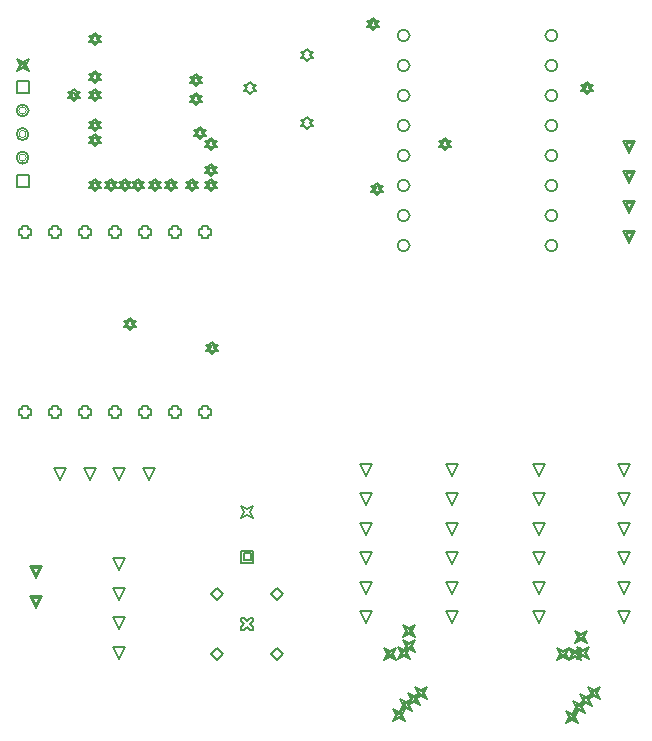
<source format=gbr>
%TF.GenerationSoftware,Altium Limited,Altium Designer,22.7.1 (60)*%
G04 Layer_Color=2752767*
%FSLAX45Y45*%
%MOMM*%
%TF.SameCoordinates,61DBAAF2-DE87-4E8A-AD11-02536D302051*%
%TF.FilePolarity,Positive*%
%TF.FileFunction,Drawing*%
%TF.Part,Single*%
G01*
G75*
%TA.AperFunction,NonConductor*%
%ADD92C,0.12700*%
%ADD93C,0.16933*%
%ADD94C,0.10160*%
D92*
X989058Y6054700D02*
Y6156300D01*
X1090658D01*
Y6054700D01*
X989058D01*
X989058Y5254700D02*
Y5356300D01*
X1090658D01*
Y5254700D01*
X989058D01*
X6178888Y4787261D02*
X6128088Y4888861D01*
X6229688D01*
X6178888Y4787261D01*
Y4807581D02*
X6148408Y4868541D01*
X6209368D01*
X6178888Y4807581D01*
X6178888Y5041261D02*
X6128088Y5142861D01*
X6229688D01*
X6178888Y5041261D01*
Y5061581D02*
X6148408Y5122541D01*
X6209368D01*
X6178888Y5061581D01*
X6178888Y5295261D02*
X6128088Y5396861D01*
X6229688D01*
X6178888Y5295261D01*
Y5315581D02*
X6148408Y5376541D01*
X6209368D01*
X6178888Y5315581D01*
X6178887Y5549260D02*
X6128087Y5650860D01*
X6229687D01*
X6178887Y5549260D01*
Y5569580D02*
X6148407Y5630540D01*
X6209367D01*
X6178887Y5569580D01*
X3444785Y5745200D02*
X3470185Y5770600D01*
X3495585D01*
X3470185Y5796000D01*
X3495585Y5821400D01*
X3470185D01*
X3444785Y5846800D01*
X3419385Y5821400D01*
X3393985D01*
X3419385Y5796000D01*
X3393985Y5770600D01*
X3419385D01*
X3444785Y5745200D01*
X3444786Y6325201D02*
X3470186Y6350601D01*
X3495586D01*
X3470186Y6376001D01*
X3495586Y6401401D01*
X3470186D01*
X3444786Y6426801D01*
X3419386Y6401401D01*
X3393986D01*
X3419386Y6376001D01*
X3393986Y6350601D01*
X3419386D01*
X3444786Y6325201D01*
X2964785Y6045200D02*
X2990185Y6070600D01*
X3015585D01*
X2990185Y6096000D01*
X3015585Y6121400D01*
X2990185D01*
X2964785Y6146800D01*
X2939385Y6121400D01*
X2913985D01*
X2939385Y6096000D01*
X2913985Y6070600D01*
X2939385D01*
X2964785Y6045200D01*
X1853535Y1262951D02*
X1802735Y1364551D01*
X1904335D01*
X1853535Y1262951D01*
X1853535Y1512951D02*
X1802735Y1614551D01*
X1904335D01*
X1853535Y1512951D01*
X1853535Y1762950D02*
X1802735Y1864550D01*
X1904335D01*
X1853535Y1762950D01*
X1853535Y2012950D02*
X1802735Y2114550D01*
X1904335D01*
X1853535Y2012950D01*
X2107535Y2774950D02*
X2056735Y2876550D01*
X2158335D01*
X2107535Y2774950D01*
X1857535D02*
X1806735Y2876550D01*
X1908335D01*
X1857535Y2774950D01*
X1607535D02*
X1556735Y2876550D01*
X1658335D01*
X1607535Y2774950D01*
X1357536D02*
X1306736Y2876550D01*
X1408336D01*
X1357536Y2774950D01*
X2891484Y1504950D02*
X2916884D01*
X2942284Y1530350D01*
X2967684Y1504950D01*
X2993084D01*
Y1530350D01*
X2967684Y1555750D01*
X2993084Y1581150D01*
Y1606550D01*
X2967684D01*
X2942284Y1581150D01*
X2916884Y1606550D01*
X2891484D01*
Y1581150D01*
X2916884Y1555750D01*
X2891484Y1530350D01*
Y1504950D01*
X2637484Y1809750D02*
X2688284Y1860550D01*
X2739084Y1809750D01*
X2688284Y1758950D01*
X2637484Y1809750D01*
Y1301750D02*
X2688284Y1352550D01*
X2739084Y1301750D01*
X2688284Y1250950D01*
X2637484Y1301750D01*
X3145484Y1301749D02*
X3196284Y1352549D01*
X3247084Y1301749D01*
X3196284Y1250949D01*
X3145484Y1301749D01*
X3145485Y1809750D02*
X3196285Y1860550D01*
X3247085Y1809750D01*
X3196285Y1758950D01*
X3145485Y1809750D01*
X2561400Y3326041D02*
Y3300641D01*
X2612200D01*
Y3326041D01*
X2637600D01*
Y3376841D01*
X2612200D01*
Y3402241D01*
X2561400D01*
Y3376841D01*
X2536000D01*
Y3326041D01*
X2561400D01*
X2307401Y3326040D02*
Y3300640D01*
X2358201D01*
Y3326040D01*
X2383601D01*
Y3376840D01*
X2358201D01*
Y3402240D01*
X2307401D01*
Y3376840D01*
X2282001D01*
Y3326040D01*
X2307401D01*
X1799400Y3326041D02*
Y3300641D01*
X1850200D01*
Y3326041D01*
X1875600D01*
Y3376841D01*
X1850200D01*
Y3402241D01*
X1799400D01*
Y3376841D01*
X1774000D01*
Y3326041D01*
X1799400D01*
X1291400Y3326040D02*
Y3300640D01*
X1342200D01*
Y3326040D01*
X1367600D01*
Y3376840D01*
X1342200D01*
Y3402240D01*
X1291400D01*
Y3376840D01*
X1266000D01*
Y3326040D01*
X1291400D01*
X1545401Y3326041D02*
Y3300641D01*
X1596201D01*
Y3326041D01*
X1621601D01*
Y3376841D01*
X1596201D01*
Y3402241D01*
X1545401D01*
Y3376841D01*
X1520001D01*
Y3326041D01*
X1545401D01*
X2053401D02*
Y3300641D01*
X2104201D01*
Y3326041D01*
X2129601D01*
Y3376841D01*
X2104201D01*
Y3402241D01*
X2053401D01*
Y3376841D01*
X2028001D01*
Y3326041D01*
X2053401D01*
X1037401Y3326041D02*
Y3300641D01*
X1088201D01*
Y3326041D01*
X1113601D01*
Y3376841D01*
X1088201D01*
Y3402241D01*
X1037401D01*
Y3376841D01*
X1012001D01*
Y3326041D01*
X1037401D01*
X2561399Y4850868D02*
Y4825468D01*
X2612199D01*
Y4850868D01*
X2637599D01*
Y4901668D01*
X2612199D01*
Y4927068D01*
X2561399D01*
Y4901668D01*
X2535999D01*
Y4850868D01*
X2561399D01*
X2307400Y4850867D02*
Y4825467D01*
X2358200D01*
Y4850867D01*
X2383600D01*
Y4901667D01*
X2358200D01*
Y4927067D01*
X2307400D01*
Y4901667D01*
X2282000D01*
Y4850867D01*
X2307400D01*
X1799400Y4850867D02*
Y4825467D01*
X1850200D01*
Y4850867D01*
X1875600D01*
Y4901667D01*
X1850200D01*
Y4927067D01*
X1799400D01*
Y4901667D01*
X1774000D01*
Y4850867D01*
X1799400D01*
X1291400D02*
Y4825467D01*
X1342200D01*
Y4850867D01*
X1367600D01*
Y4901667D01*
X1342200D01*
Y4927067D01*
X1291400D01*
Y4901667D01*
X1266000D01*
Y4850867D01*
X1291400D01*
X1037400D02*
Y4825467D01*
X1088200D01*
Y4850867D01*
X1113600D01*
Y4901667D01*
X1088200D01*
Y4927067D01*
X1037400D01*
Y4901667D01*
X1012000D01*
Y4850867D01*
X1037400D01*
X1545400D02*
Y4825467D01*
X1596200D01*
Y4850867D01*
X1621600D01*
Y4901667D01*
X1596200D01*
Y4927067D01*
X1545400D01*
Y4901667D01*
X1520000D01*
Y4850867D01*
X1545400D01*
X2053400D02*
Y4825467D01*
X2104200D01*
Y4850867D01*
X2129600D01*
Y4901667D01*
X2104200D01*
Y4927067D01*
X2053400D01*
Y4901667D01*
X2028000D01*
Y4850867D01*
X2053400D01*
X1153107Y1695450D02*
X1102307Y1797050D01*
X1203907D01*
X1153107Y1695450D01*
Y1715770D02*
X1122627Y1776730D01*
X1183587D01*
X1153107Y1715770D01*
X1153108Y1949450D02*
X1102308Y2051050D01*
X1203908D01*
X1153108Y1949450D01*
Y1969770D02*
X1122628Y2030730D01*
X1183588D01*
X1153108Y1969770D01*
X4671975Y2814685D02*
X4621175Y2916285D01*
X4722775D01*
X4671975Y2814685D01*
Y2564685D02*
X4621175Y2666285D01*
X4722775D01*
X4671975Y2564685D01*
Y2314685D02*
X4621175Y2416285D01*
X4722775D01*
X4671975Y2314685D01*
Y2064685D02*
X4621175Y2166285D01*
X4722775D01*
X4671975Y2064685D01*
Y1814685D02*
X4621175Y1916285D01*
X4722775D01*
X4671975Y1814685D01*
Y1564685D02*
X4621175Y1666285D01*
X4722775D01*
X4671975Y1564685D01*
X3949660D02*
X3898860Y1666285D01*
X4000460D01*
X3949660Y1564685D01*
X3949660Y1814685D02*
X3898860Y1916285D01*
X4000460D01*
X3949660Y1814685D01*
X3949660Y2064685D02*
X3898860Y2166285D01*
X4000460D01*
X3949660Y2064685D01*
Y2314685D02*
X3898860Y2416285D01*
X4000460D01*
X3949660Y2314685D01*
Y2564685D02*
X3898860Y2666285D01*
X4000460D01*
X3949660Y2564685D01*
Y2814685D02*
X3898860Y2916285D01*
X4000460D01*
X3949660Y2814685D01*
X5410160Y1564685D02*
X5359360Y1666285D01*
X5460960D01*
X5410160Y1564685D01*
X5410160Y1814685D02*
X5359360Y1916285D01*
X5460960D01*
X5410160Y1814685D01*
X5410160Y2064685D02*
X5359360Y2166285D01*
X5460960D01*
X5410160Y2064685D01*
Y2314685D02*
X5359360Y2416285D01*
X5460960D01*
X5410160Y2314685D01*
Y2564685D02*
X5359360Y2666285D01*
X5460960D01*
X5410160Y2564685D01*
Y2814685D02*
X5359360Y2916285D01*
X5460960D01*
X5410160Y2814685D01*
X6132475D02*
X6081675Y2916285D01*
X6183275D01*
X6132475Y2814685D01*
Y2564685D02*
X6081675Y2666285D01*
X6183275D01*
X6132475Y2564685D01*
Y2314685D02*
X6081675Y2416285D01*
X6183275D01*
X6132475Y2314685D01*
Y2064685D02*
X6081675Y2166285D01*
X6183275D01*
X6132475Y2064685D01*
Y1814685D02*
X6081675Y1916285D01*
X6183275D01*
X6132475Y1814685D01*
Y1564685D02*
X6081675Y1666285D01*
X6183275D01*
X6132475Y1564685D01*
X1651000Y6457950D02*
X1676400Y6483350D01*
X1701800D01*
X1676400Y6508750D01*
X1701800Y6534150D01*
X1676400D01*
X1651000Y6559550D01*
X1625600Y6534150D01*
X1600200D01*
X1625600Y6508750D01*
X1600200Y6483350D01*
X1625600D01*
X1651000Y6457950D01*
Y6478270D02*
X1666240Y6493510D01*
X1681480D01*
X1666240Y6508750D01*
X1681480Y6523990D01*
X1666240D01*
X1651000Y6539230D01*
X1635760Y6523990D01*
X1620520D01*
X1635760Y6508750D01*
X1620520Y6493510D01*
X1635760D01*
X1651000Y6478270D01*
Y6140450D02*
X1676400Y6165850D01*
X1701800D01*
X1676400Y6191250D01*
X1701800Y6216650D01*
X1676400D01*
X1651000Y6242050D01*
X1625600Y6216650D01*
X1600200D01*
X1625600Y6191250D01*
X1600200Y6165850D01*
X1625600D01*
X1651000Y6140450D01*
Y6160770D02*
X1666240Y6176010D01*
X1681480D01*
X1666240Y6191250D01*
X1681480Y6206490D01*
X1666240D01*
X1651000Y6221730D01*
X1635760Y6206490D01*
X1620520D01*
X1635760Y6191250D01*
X1620520Y6176010D01*
X1635760D01*
X1651000Y6160770D01*
Y5981700D02*
X1676400Y6007100D01*
X1701800D01*
X1676400Y6032500D01*
X1701800Y6057900D01*
X1676400D01*
X1651000Y6083300D01*
X1625600Y6057900D01*
X1600200D01*
X1625600Y6032500D01*
X1600200Y6007100D01*
X1625600D01*
X1651000Y5981700D01*
Y6002020D02*
X1666240Y6017260D01*
X1681480D01*
X1666240Y6032500D01*
X1681480Y6047740D01*
X1666240D01*
X1651000Y6062980D01*
X1635760Y6047740D01*
X1620520D01*
X1635760Y6032500D01*
X1620520Y6017260D01*
X1635760D01*
X1651000Y6002020D01*
Y5727700D02*
X1676400Y5753100D01*
X1701800D01*
X1676400Y5778500D01*
X1701800Y5803900D01*
X1676400D01*
X1651000Y5829300D01*
X1625600Y5803900D01*
X1600200D01*
X1625600Y5778500D01*
X1600200Y5753100D01*
X1625600D01*
X1651000Y5727700D01*
Y5748020D02*
X1666240Y5763260D01*
X1681480D01*
X1666240Y5778500D01*
X1681480Y5793740D01*
X1666240D01*
X1651000Y5808980D01*
X1635760Y5793740D01*
X1620520D01*
X1635760Y5778500D01*
X1620520Y5763260D01*
X1635760D01*
X1651000Y5748020D01*
Y5600700D02*
X1676400Y5626100D01*
X1701800D01*
X1676400Y5651500D01*
X1701800Y5676900D01*
X1676400D01*
X1651000Y5702300D01*
X1625600Y5676900D01*
X1600200D01*
X1625600Y5651500D01*
X1600200Y5626100D01*
X1625600D01*
X1651000Y5600700D01*
Y5621020D02*
X1666240Y5636260D01*
X1681480D01*
X1666240Y5651500D01*
X1681480Y5666740D01*
X1666240D01*
X1651000Y5681980D01*
X1635760Y5666740D01*
X1620520D01*
X1635760Y5651500D01*
X1620520Y5636260D01*
X1635760D01*
X1651000Y5621020D01*
X2508250Y6108700D02*
X2533650Y6134100D01*
X2559050D01*
X2533650Y6159500D01*
X2559050Y6184900D01*
X2533650D01*
X2508250Y6210300D01*
X2482850Y6184900D01*
X2457450D01*
X2482850Y6159500D01*
X2457450Y6134100D01*
X2482850D01*
X2508250Y6108700D01*
Y6129020D02*
X2523490Y6144260D01*
X2538730D01*
X2523490Y6159500D01*
X2538730Y6174740D01*
X2523490D01*
X2508250Y6189980D01*
X2493010Y6174740D01*
X2477770D01*
X2493010Y6159500D01*
X2477770Y6144260D01*
X2493010D01*
X2508250Y6129020D01*
Y5949950D02*
X2533650Y5975350D01*
X2559050D01*
X2533650Y6000750D01*
X2559050Y6026150D01*
X2533650D01*
X2508250Y6051550D01*
X2482850Y6026150D01*
X2457450D01*
X2482850Y6000750D01*
X2457450Y5975350D01*
X2482850D01*
X2508250Y5949950D01*
Y5970270D02*
X2523490Y5985510D01*
X2538730D01*
X2523490Y6000750D01*
X2538730Y6015990D01*
X2523490D01*
X2508250Y6031230D01*
X2493010Y6015990D01*
X2477770D01*
X2493010Y6000750D01*
X2477770Y5985510D01*
X2493010D01*
X2508250Y5970270D01*
X2540000Y5664200D02*
X2565400Y5689600D01*
X2590800D01*
X2565400Y5715000D01*
X2590800Y5740400D01*
X2565400D01*
X2540000Y5765800D01*
X2514600Y5740400D01*
X2489200D01*
X2514600Y5715000D01*
X2489200Y5689600D01*
X2514600D01*
X2540000Y5664200D01*
Y5684520D02*
X2555240Y5699760D01*
X2570480D01*
X2555240Y5715000D01*
X2570480Y5730240D01*
X2555240D01*
X2540000Y5745480D01*
X2524760Y5730240D01*
X2509520D01*
X2524760Y5715000D01*
X2509520Y5699760D01*
X2524760D01*
X2540000Y5684520D01*
X2635250Y5568950D02*
X2660650Y5594350D01*
X2686050D01*
X2660650Y5619750D01*
X2686050Y5645150D01*
X2660650D01*
X2635250Y5670550D01*
X2609850Y5645150D01*
X2584450D01*
X2609850Y5619750D01*
X2584450Y5594350D01*
X2609850D01*
X2635250Y5568950D01*
Y5589270D02*
X2650490Y5604510D01*
X2665730D01*
X2650490Y5619750D01*
X2665730Y5634990D01*
X2650490D01*
X2635250Y5650230D01*
X2620010Y5634990D01*
X2604770D01*
X2620010Y5619750D01*
X2604770Y5604510D01*
X2620010D01*
X2635250Y5589270D01*
X989058Y6235700D02*
X1014458Y6286500D01*
X989058Y6337300D01*
X1039858Y6311900D01*
X1090658Y6337300D01*
X1065258Y6286500D01*
X1090658Y6235700D01*
X1039858Y6261100D01*
X989058Y6235700D01*
X1009378Y6256020D02*
X1024618Y6286500D01*
X1009378Y6316980D01*
X1039858Y6301740D01*
X1070338Y6316980D01*
X1055098Y6286500D01*
X1070338Y6256020D01*
X1039858Y6271260D01*
X1009378Y6256020D01*
X1472535Y5981700D02*
X1497935Y6007100D01*
X1523335D01*
X1497935Y6032500D01*
X1523335Y6057900D01*
X1497935D01*
X1472535Y6083300D01*
X1447135Y6057900D01*
X1421735D01*
X1447135Y6032500D01*
X1421735Y6007100D01*
X1447135D01*
X1472535Y5981700D01*
Y6002020D02*
X1487775Y6017260D01*
X1503015D01*
X1487775Y6032500D01*
X1503015Y6047740D01*
X1487775D01*
X1472535Y6062980D01*
X1457295Y6047740D01*
X1442055D01*
X1457295Y6032500D01*
X1442055Y6017260D01*
X1457295D01*
X1472535Y6002020D01*
X4174399Y733818D02*
X4199799Y784618D01*
X4174399Y835418D01*
X4225199Y810018D01*
X4275999Y835418D01*
X4250599Y784618D01*
X4275999Y733818D01*
X4225199Y759218D01*
X4174399Y733818D01*
X4194719Y754138D02*
X4209959Y784618D01*
X4194719Y815098D01*
X4225199Y799858D01*
X4255679Y815098D01*
X4240439Y784618D01*
X4255679Y754138D01*
X4225199Y769378D01*
X4194719Y754138D01*
X4615785Y5568950D02*
X4641185Y5594350D01*
X4666585D01*
X4641185Y5619750D01*
X4666585Y5645150D01*
X4641185D01*
X4615785Y5670550D01*
X4590385Y5645150D01*
X4564985D01*
X4590385Y5619750D01*
X4564985Y5594350D01*
X4590385D01*
X4615785Y5568950D01*
Y5589270D02*
X4631025Y5604510D01*
X4646265D01*
X4631025Y5619750D01*
X4646265Y5634990D01*
X4631025D01*
X4615785Y5650230D01*
X4600545Y5634990D01*
X4585305D01*
X4600545Y5619750D01*
X4585305Y5604510D01*
X4600545D01*
X4615785Y5589270D01*
X4044285Y5187950D02*
X4069685Y5213350D01*
X4095085D01*
X4069685Y5238750D01*
X4095085Y5264150D01*
X4069685D01*
X4044285Y5289550D01*
X4018885Y5264150D01*
X3993485D01*
X4018885Y5238750D01*
X3993485Y5213350D01*
X4018885D01*
X4044285Y5187950D01*
Y5208270D02*
X4059525Y5223510D01*
X4074765D01*
X4059525Y5238750D01*
X4074765Y5253990D01*
X4059525D01*
X4044285Y5269230D01*
X4029045Y5253990D01*
X4013805D01*
X4029045Y5238750D01*
X4013805Y5223510D01*
X4029045D01*
X4044285Y5208270D01*
X4011051Y6586433D02*
X4036451Y6611833D01*
X4061851D01*
X4036451Y6637233D01*
X4061851Y6662633D01*
X4036451D01*
X4011051Y6688033D01*
X3985651Y6662633D01*
X3960251D01*
X3985651Y6637233D01*
X3960251Y6611833D01*
X3985651D01*
X4011051Y6586433D01*
Y6606753D02*
X4026291Y6621993D01*
X4041531D01*
X4026291Y6637233D01*
X4041531Y6652473D01*
X4026291D01*
X4011051Y6667713D01*
X3995811Y6652473D01*
X3980571D01*
X3995811Y6637233D01*
X3980571Y6621993D01*
X3995811D01*
X4011051Y6606753D01*
X5822285Y6045200D02*
X5847685Y6070600D01*
X5873085D01*
X5847685Y6096000D01*
X5873085Y6121400D01*
X5847685D01*
X5822285Y6146800D01*
X5796885Y6121400D01*
X5771485D01*
X5796885Y6096000D01*
X5771485Y6070600D01*
X5796885D01*
X5822285Y6045200D01*
Y6065520D02*
X5837525Y6080760D01*
X5852765D01*
X5837525Y6096000D01*
X5852765Y6111240D01*
X5837525D01*
X5822285Y6126480D01*
X5807045Y6111240D01*
X5791805D01*
X5807045Y6096000D01*
X5791805Y6080760D01*
X5807045D01*
X5822285Y6065520D01*
X4361191Y923604D02*
X4386591Y974404D01*
X4361191Y1025204D01*
X4411991Y999804D01*
X4462791Y1025204D01*
X4437391Y974404D01*
X4462791Y923604D01*
X4411991Y949004D01*
X4361191Y923604D01*
X4381511Y943924D02*
X4396751Y974404D01*
X4381511Y1004884D01*
X4411991Y989644D01*
X4442471Y1004884D01*
X4427231Y974404D01*
X4442471Y943924D01*
X4411991Y959164D01*
X4381511Y943924D01*
X4302342Y870979D02*
X4327742Y921779D01*
X4302342Y972579D01*
X4353142Y947179D01*
X4403942Y972579D01*
X4378542Y921779D01*
X4403942Y870979D01*
X4353142Y896379D01*
X4302342Y870979D01*
X4322662Y891299D02*
X4337902Y921779D01*
X4322662Y952259D01*
X4353142Y937019D01*
X4383622Y952259D01*
X4368382Y921779D01*
X4383622Y891299D01*
X4353142Y906539D01*
X4322662Y891299D01*
X4239533Y818921D02*
X4264933Y869721D01*
X4239533Y920521D01*
X4290333Y895121D01*
X4341133Y920521D01*
X4315733Y869721D01*
X4341133Y818921D01*
X4290333Y844321D01*
X4239533Y818921D01*
X4259853Y839241D02*
X4275093Y869721D01*
X4259853Y900201D01*
X4290333Y884961D01*
X4320813Y900201D01*
X4305573Y869721D01*
X4320813Y839241D01*
X4290333Y854481D01*
X4259853Y839241D01*
X5830530Y920741D02*
X5855930Y971541D01*
X5830530Y1022341D01*
X5881330Y996941D01*
X5932130Y1022341D01*
X5906730Y971541D01*
X5932130Y920741D01*
X5881330Y946141D01*
X5830530Y920741D01*
X5850850Y941061D02*
X5866090Y971541D01*
X5850850Y1002021D01*
X5881330Y986781D01*
X5911810Y1002021D01*
X5896570Y971541D01*
X5911810Y941061D01*
X5881330Y956301D01*
X5850850Y941061D01*
X5736918Y1261486D02*
X5762318Y1312286D01*
X5736918Y1363086D01*
X5787718Y1337686D01*
X5838518Y1363086D01*
X5813118Y1312286D01*
X5838518Y1261486D01*
X5787718Y1286886D01*
X5736918Y1261486D01*
X5757238Y1281806D02*
X5772478Y1312286D01*
X5757238Y1342766D01*
X5787718Y1327526D01*
X5818198Y1342766D01*
X5802958Y1312286D01*
X5818198Y1281806D01*
X5787718Y1297046D01*
X5757238Y1281806D01*
X5667392Y1250428D02*
X5692792Y1301228D01*
X5667392Y1352028D01*
X5718192Y1326628D01*
X5768992Y1352028D01*
X5743592Y1301228D01*
X5768992Y1250428D01*
X5718192Y1275828D01*
X5667392Y1250428D01*
X5687712Y1270748D02*
X5702952Y1301228D01*
X5687712Y1331708D01*
X5718192Y1316468D01*
X5748672Y1331708D01*
X5733432Y1301228D01*
X5748672Y1270748D01*
X5718192Y1285988D01*
X5687712Y1270748D01*
X5761925Y861721D02*
X5787325Y912521D01*
X5761925Y963321D01*
X5812725Y937921D01*
X5863525Y963321D01*
X5838125Y912521D01*
X5863525Y861721D01*
X5812725Y887121D01*
X5761925Y861721D01*
X5782245Y882041D02*
X5797485Y912521D01*
X5782245Y943001D01*
X5812725Y927761D01*
X5843205Y943001D01*
X5827965Y912521D01*
X5843205Y882041D01*
X5812725Y897281D01*
X5782245Y882041D01*
X5702737Y800340D02*
X5728137Y851140D01*
X5702737Y901940D01*
X5753537Y876540D01*
X5804337Y901940D01*
X5778937Y851140D01*
X5804337Y800340D01*
X5753537Y825740D01*
X5702737Y800340D01*
X5723057Y820660D02*
X5738297Y851140D01*
X5723057Y881620D01*
X5753537Y866380D01*
X5784017Y881620D01*
X5768777Y851140D01*
X5784017Y820660D01*
X5753537Y835900D01*
X5723057Y820660D01*
X5638068Y723066D02*
X5663468Y773866D01*
X5638068Y824666D01*
X5688868Y799266D01*
X5739668Y824666D01*
X5714268Y773866D01*
X5739668Y723066D01*
X5688868Y748466D01*
X5638068Y723066D01*
X5658388Y743386D02*
X5673628Y773866D01*
X5658388Y804346D01*
X5688868Y789106D01*
X5719348Y804346D01*
X5704108Y773866D01*
X5719348Y743386D01*
X5688868Y758626D01*
X5658388Y743386D01*
X4217039Y1262762D02*
X4242439Y1313562D01*
X4217039Y1364362D01*
X4267839Y1338962D01*
X4318639Y1364362D01*
X4293239Y1313562D01*
X4318639Y1262762D01*
X4267839Y1288162D01*
X4217039Y1262762D01*
X4237359Y1283082D02*
X4252599Y1313562D01*
X4237359Y1344042D01*
X4267839Y1328802D01*
X4298319Y1344042D01*
X4283079Y1313562D01*
X4298319Y1283082D01*
X4267839Y1298322D01*
X4237359Y1283082D01*
X4262932Y1322299D02*
X4288332Y1373099D01*
X4262932Y1423899D01*
X4313732Y1398499D01*
X4364532Y1423899D01*
X4339132Y1373099D01*
X4364532Y1322299D01*
X4313732Y1347699D01*
X4262932Y1322299D01*
X4283252Y1342619D02*
X4298492Y1373099D01*
X4283252Y1403579D01*
X4313732Y1388339D01*
X4344212Y1403579D01*
X4328972Y1373099D01*
X4344212Y1342619D01*
X4313732Y1357859D01*
X4283252Y1342619D01*
X4257971Y1448817D02*
X4283371Y1499617D01*
X4257971Y1550417D01*
X4308771Y1525017D01*
X4359571Y1550417D01*
X4334171Y1499617D01*
X4359571Y1448817D01*
X4308771Y1474217D01*
X4257971Y1448817D01*
X4278291Y1469137D02*
X4293531Y1499617D01*
X4278291Y1530097D01*
X4308771Y1514857D01*
X4339251Y1530097D01*
X4324011Y1499617D01*
X4339251Y1469137D01*
X4308771Y1484377D01*
X4278291Y1469137D01*
X4104230Y1255557D02*
X4129630Y1306357D01*
X4104230Y1357157D01*
X4155030Y1331757D01*
X4205830Y1357157D01*
X4180430Y1306357D01*
X4205830Y1255557D01*
X4155030Y1280957D01*
X4104230Y1255557D01*
X4124550Y1275877D02*
X4139790Y1306357D01*
X4124550Y1336837D01*
X4155030Y1321597D01*
X4185510Y1336837D01*
X4170270Y1306357D01*
X4185510Y1275877D01*
X4155030Y1291117D01*
X4124550Y1275877D01*
X5564730Y1255557D02*
X5590130Y1306357D01*
X5564730Y1357157D01*
X5615530Y1331757D01*
X5666330Y1357157D01*
X5640930Y1306357D01*
X5666330Y1255557D01*
X5615530Y1280957D01*
X5564730Y1255557D01*
X5585050Y1275877D02*
X5600290Y1306357D01*
X5585050Y1336837D01*
X5615530Y1321597D01*
X5646010Y1336837D01*
X5630770Y1306357D01*
X5646010Y1275877D01*
X5615530Y1291117D01*
X5585050Y1275877D01*
X2891484Y2457450D02*
X2916884Y2508250D01*
X2891484Y2559050D01*
X2942284Y2533650D01*
X2993084Y2559050D01*
X2967684Y2508250D01*
X2993084Y2457450D01*
X2942284Y2482850D01*
X2891484Y2457450D01*
X5719294Y1399644D02*
X5744694Y1450444D01*
X5719294Y1501244D01*
X5770094Y1475844D01*
X5820894Y1501244D01*
X5795494Y1450444D01*
X5820894Y1399644D01*
X5770094Y1425044D01*
X5719294Y1399644D01*
X5739614Y1419964D02*
X5754854Y1450444D01*
X5739614Y1480924D01*
X5770094Y1465684D01*
X5800574Y1480924D01*
X5785334Y1450444D01*
X5800574Y1419964D01*
X5770094Y1435204D01*
X5739614Y1419964D01*
X2891484Y2076450D02*
Y2178050D01*
X2993084D01*
Y2076450D01*
X2891484D01*
X2911804Y2096770D02*
Y2157730D01*
X2972764D01*
Y2096770D01*
X2911804D01*
X2647285Y3841751D02*
X2672685Y3867151D01*
X2698085D01*
X2672685Y3892551D01*
X2698085Y3917951D01*
X2672685D01*
X2647285Y3943351D01*
X2621885Y3917951D01*
X2596485D01*
X2621885Y3892551D01*
X2596485Y3867151D01*
X2621885D01*
X2647285Y3841751D01*
Y3862071D02*
X2662525Y3877311D01*
X2677765D01*
X2662525Y3892551D01*
X2677765Y3907791D01*
X2662525D01*
X2647285Y3923031D01*
X2632045Y3907791D01*
X2616805D01*
X2632045Y3892551D01*
X2616805Y3877311D01*
X2632045D01*
X2647285Y3862071D01*
X1948785Y4044950D02*
X1974185Y4070350D01*
X1999585D01*
X1974185Y4095750D01*
X1999585Y4121150D01*
X1974185D01*
X1948785Y4146550D01*
X1923385Y4121150D01*
X1897985D01*
X1923385Y4095750D01*
X1897985Y4070350D01*
X1923385D01*
X1948785Y4044950D01*
Y4065270D02*
X1964025Y4080510D01*
X1979265D01*
X1964025Y4095750D01*
X1979265Y4110990D01*
X1964025D01*
X1948785Y4126230D01*
X1933545Y4110990D01*
X1918305D01*
X1933545Y4095750D01*
X1918305Y4080510D01*
X1933545D01*
X1948785Y4065270D01*
X2635250Y5346700D02*
X2660650Y5372100D01*
X2686050D01*
X2660650Y5397500D01*
X2686050Y5422900D01*
X2660650D01*
X2635250Y5448300D01*
X2609850Y5422900D01*
X2584450D01*
X2609850Y5397500D01*
X2584450Y5372100D01*
X2609850D01*
X2635250Y5346700D01*
Y5367020D02*
X2650490Y5382260D01*
X2665730D01*
X2650490Y5397500D01*
X2665730Y5412740D01*
X2650490D01*
X2635250Y5427980D01*
X2620010Y5412740D01*
X2604770D01*
X2620010Y5397500D01*
X2604770Y5382260D01*
X2620010D01*
X2635250Y5367020D01*
Y5219700D02*
X2660650Y5245100D01*
X2686050D01*
X2660650Y5270500D01*
X2686050Y5295900D01*
X2660650D01*
X2635250Y5321300D01*
X2609850Y5295900D01*
X2584450D01*
X2609850Y5270500D01*
X2584450Y5245100D01*
X2609850D01*
X2635250Y5219700D01*
Y5240020D02*
X2650490Y5255260D01*
X2665730D01*
X2650490Y5270500D01*
X2665730Y5285740D01*
X2650490D01*
X2635250Y5300980D01*
X2620010Y5285740D01*
X2604770D01*
X2620010Y5270500D01*
X2604770Y5255260D01*
X2620010D01*
X2635250Y5240020D01*
X2476500Y5219700D02*
X2501900Y5245100D01*
X2527300D01*
X2501900Y5270500D01*
X2527300Y5295900D01*
X2501900D01*
X2476500Y5321300D01*
X2451100Y5295900D01*
X2425700D01*
X2451100Y5270500D01*
X2425700Y5245100D01*
X2451100D01*
X2476500Y5219700D01*
Y5240020D02*
X2491740Y5255260D01*
X2506980D01*
X2491740Y5270500D01*
X2506980Y5285740D01*
X2491740D01*
X2476500Y5300980D01*
X2461260Y5285740D01*
X2446020D01*
X2461260Y5270500D01*
X2446020Y5255260D01*
X2461260D01*
X2476500Y5240020D01*
X2298035Y5219700D02*
X2323435Y5245100D01*
X2348835D01*
X2323435Y5270500D01*
X2348835Y5295900D01*
X2323435D01*
X2298035Y5321300D01*
X2272635Y5295900D01*
X2247235D01*
X2272635Y5270500D01*
X2247235Y5245100D01*
X2272635D01*
X2298035Y5219700D01*
Y5240020D02*
X2313275Y5255260D01*
X2328515D01*
X2313275Y5270500D01*
X2328515Y5285740D01*
X2313275D01*
X2298035Y5300980D01*
X2282795Y5285740D01*
X2267555D01*
X2282795Y5270500D01*
X2267555Y5255260D01*
X2282795D01*
X2298035Y5240020D01*
X2015300Y5219700D02*
X2040700Y5245100D01*
X2066100D01*
X2040700Y5270500D01*
X2066100Y5295900D01*
X2040700D01*
X2015300Y5321300D01*
X1989900Y5295900D01*
X1964500D01*
X1989900Y5270500D01*
X1964500Y5245100D01*
X1989900D01*
X2015300Y5219700D01*
Y5240020D02*
X2030540Y5255260D01*
X2045780D01*
X2030540Y5270500D01*
X2045780Y5285740D01*
X2030540D01*
X2015300Y5300980D01*
X2000060Y5285740D01*
X1984820D01*
X2000060Y5270500D01*
X1984820Y5255260D01*
X2000060D01*
X2015300Y5240020D01*
X1790035Y5219700D02*
X1815435Y5245100D01*
X1840835D01*
X1815435Y5270500D01*
X1840835Y5295900D01*
X1815435D01*
X1790035Y5321300D01*
X1764635Y5295900D01*
X1739235D01*
X1764635Y5270500D01*
X1739235Y5245100D01*
X1764635D01*
X1790035Y5219700D01*
Y5240020D02*
X1805275Y5255260D01*
X1820515D01*
X1805275Y5270500D01*
X1820515Y5285740D01*
X1805275D01*
X1790035Y5300980D01*
X1774795Y5285740D01*
X1759555D01*
X1774795Y5270500D01*
X1759555Y5255260D01*
X1774795D01*
X1790035Y5240020D01*
X1651000Y5219700D02*
X1676400Y5245100D01*
X1701800D01*
X1676400Y5270500D01*
X1701800Y5295900D01*
X1676400D01*
X1651000Y5321300D01*
X1625600Y5295900D01*
X1600200D01*
X1625600Y5270500D01*
X1600200Y5245100D01*
X1625600D01*
X1651000Y5219700D01*
Y5240020D02*
X1666240Y5255260D01*
X1681480D01*
X1666240Y5270500D01*
X1681480Y5285740D01*
X1666240D01*
X1651000Y5300980D01*
X1635760Y5285740D01*
X1620520D01*
X1635760Y5270500D01*
X1620520Y5255260D01*
X1635760D01*
X1651000Y5240020D01*
X2159000Y5219700D02*
X2184400Y5245100D01*
X2209800D01*
X2184400Y5270500D01*
X2209800Y5295900D01*
X2184400D01*
X2159000Y5321300D01*
X2133600Y5295900D01*
X2108200D01*
X2133600Y5270500D01*
X2108200Y5245100D01*
X2133600D01*
X2159000Y5219700D01*
Y5240020D02*
X2174240Y5255260D01*
X2189480D01*
X2174240Y5270500D01*
X2189480Y5285740D01*
X2174240D01*
X2159000Y5300980D01*
X2143760Y5285740D01*
X2128520D01*
X2143760Y5270500D01*
X2128520Y5255260D01*
X2143760D01*
X2159000Y5240020D01*
X1905000Y5219700D02*
X1930400Y5245100D01*
X1955800D01*
X1930400Y5270500D01*
X1955800Y5295900D01*
X1930400D01*
X1905000Y5321300D01*
X1879600Y5295900D01*
X1854200D01*
X1879600Y5270500D01*
X1854200Y5245100D01*
X1879600D01*
X1905000Y5219700D01*
Y5240020D02*
X1920240Y5255260D01*
X1935480D01*
X1920240Y5270500D01*
X1935480Y5285740D01*
X1920240D01*
X1905000Y5300980D01*
X1889760Y5285740D01*
X1874520D01*
X1889760Y5270500D01*
X1874520Y5255260D01*
X1889760D01*
X1905000Y5240020D01*
D93*
X1090657Y5905500D02*
G03*
X1090657Y5905500I-50800J0D01*
G01*
X1090658Y5705501D02*
G03*
X1090658Y5705501I-50800J0D01*
G01*
X1090657Y5505501D02*
G03*
X1090657Y5505501I-50800J0D01*
G01*
X5568761Y4762500D02*
G03*
X5568761Y4762500I-50800J0D01*
G01*
X5568761Y5016500D02*
G03*
X5568761Y5016500I-50800J0D01*
G01*
Y5270501D02*
G03*
X5568761Y5270501I-50800J0D01*
G01*
X5568762Y5524499D02*
G03*
X5568762Y5524499I-50800J0D01*
G01*
X5568760Y5778500D02*
G03*
X5568760Y5778500I-50800J0D01*
G01*
X5568761Y6032501D02*
G03*
X5568761Y6032501I-50800J0D01*
G01*
X5568761Y6286499D02*
G03*
X5568761Y6286499I-50800J0D01*
G01*
X5568762Y6540502D02*
G03*
X5568762Y6540502I-50800J0D01*
G01*
X4316761Y4762499D02*
G03*
X4316761Y4762499I-50800J0D01*
G01*
X4316761Y5016501D02*
G03*
X4316761Y5016501I-50800J0D01*
G01*
Y5270501D02*
G03*
X4316761Y5270501I-50800J0D01*
G01*
X4316760Y5524501D02*
G03*
X4316760Y5524501I-50800J0D01*
G01*
X4316759Y5778500D02*
G03*
X4316759Y5778500I-50800J0D01*
G01*
X4316761Y6032501D02*
G03*
X4316761Y6032501I-50800J0D01*
G01*
X4316761Y6286499D02*
G03*
X4316761Y6286499I-50800J0D01*
G01*
X4316762Y6540500D02*
G03*
X4316762Y6540500I-50800J0D01*
G01*
D94*
X1070337Y5905500D02*
G03*
X1070337Y5905500I-30480J0D01*
G01*
X1070338Y5705501D02*
G03*
X1070338Y5705501I-30480J0D01*
G01*
X1070337Y5505501D02*
G03*
X1070337Y5505501I-30480J0D01*
G01*
%TF.MD5,206c1c8525c0de05bd08698444cfe5f0*%
M02*

</source>
